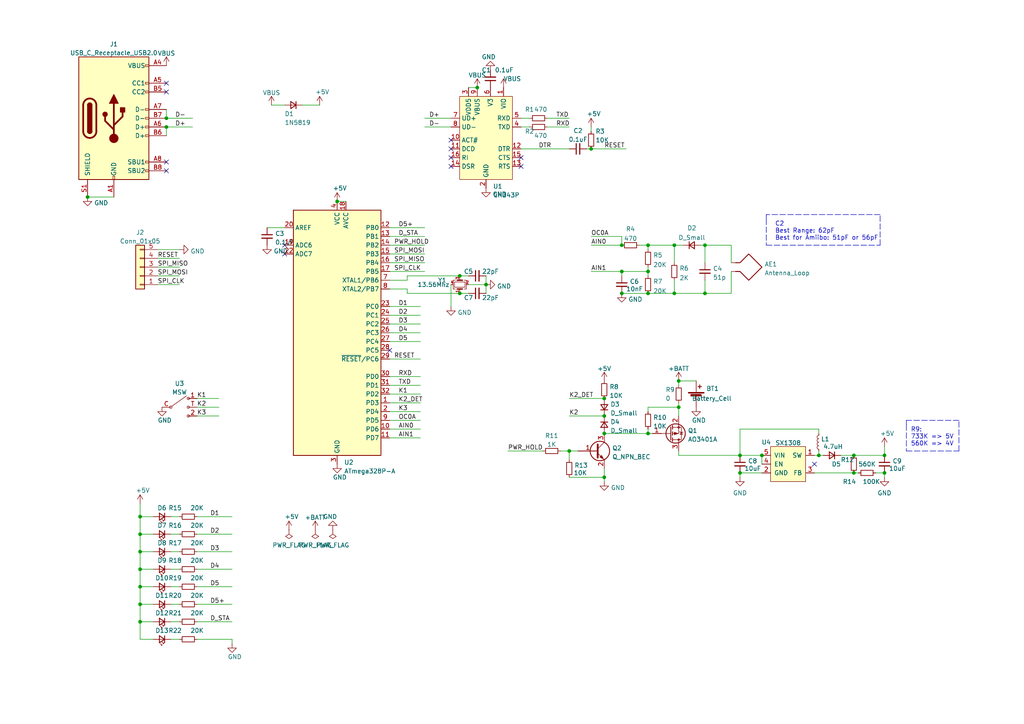
<source format=kicad_sch>
(kicad_sch (version 20211123) (generator eeschema)
  (paper "A4")
  (lib_symbols
    (symbol "Connector:USB_C_Receptacle_USB2.0" (pin_names (offset 1.016))
      (property "Reference" "J" (at -10.16 19.05 0))
      (property "Value" "USB_C_Receptacle_USB2.0" (at 19.05 19.05 0))
      (symbol "USB_C_Receptacle_USB2.0_0_0"
        (rectangle (start -0.254 -17.78) (end 0.254 -16.764))
        (rectangle (start 10.16 -14.986) (end 9.144 -15.494))
        (rectangle (start 10.16 -12.446) (end 9.144 -12.954))
        (rectangle (start 10.16 -4.826) (end 9.144 -5.334))
        (rectangle (start 10.16 -2.286) (end 9.144 -2.794))
        (rectangle (start 10.16 0.254) (end 9.144 -0.254))
        (rectangle (start 10.16 2.794) (end 9.144 2.286))
        (rectangle (start 10.16 7.874) (end 9.144 7.366))
        (rectangle (start 10.16 10.414) (end 9.144 9.906))
        (rectangle (start 10.16 15.494) (end 9.144 14.986))
      )
      (symbol "USB_C_Receptacle_USB2.0_0_1"
        (rectangle (start -10.16 17.78) (end 10.16 -17.78) (stroke (width 0.254)) (fill (type background)))
        (arc (start -8.89 -3.81) (mid -6.985 -5.715) (end -5.08 -3.81) (stroke (width 0.508)))
        (arc (start -7.62 -3.81) (mid -6.985 -4.445) (end -6.35 -3.81) (stroke (width 0.254)))
        (arc (start -7.62 -3.81) (mid -6.985 -4.445) (end -6.35 -3.81) (stroke (width 0.254)) (fill (type outline)))
        (rectangle (start -7.62 -3.81) (end -6.35 3.81) (stroke (width 0.254)) (fill (type outline)))
        (arc (start -6.35 3.81) (mid -6.985 4.445) (end -7.62 3.81) (stroke (width 0.254)))
        (arc (start -6.35 3.81) (mid -6.985 4.445) (end -7.62 3.81) (stroke (width 0.254)) (fill (type outline)))
        (arc (start -5.08 3.81) (mid -6.985 5.715) (end -8.89 3.81) (stroke (width 0.508)))
        (circle (center -2.54 1.143) (radius 0.635) (stroke (width 0.254)) (fill (type outline)))
        (circle (center 0 -5.842) (radius 1.27) (fill (type outline)))
        (polyline (pts (xy -8.89 -3.81) (xy -8.89 3.81)) (stroke (width 0.508)))
        (polyline (pts (xy -5.08 3.81) (xy -5.08 -3.81)) (stroke (width 0.508)))
        (polyline (pts (xy 0 -5.842) (xy 0 4.318)) (stroke (width 0.508)))
        (polyline (pts (xy 0 -3.302) (xy -2.54 -0.762) (xy -2.54 0.508)) (stroke (width 0.508)))
        (polyline (pts (xy 0 -2.032) (xy 2.54 0.508) (xy 2.54 1.778)) (stroke (width 0.508)))
        (polyline (pts (xy -1.27 4.318) (xy 0 6.858) (xy 1.27 4.318) (xy -1.27 4.318)) (stroke (width 0.254)) (fill (type outline)))
        (rectangle (start 1.905 1.778) (end 3.175 3.048) (stroke (width 0.254)) (fill (type outline)))
      )
      (symbol "USB_C_Receptacle_USB2.0_1_1"
        (pin passive line (at 0 -22.86 90) (length 5.08) (name "GND") (number "A1"))
        (pin passive line (at 0 -22.86 90) (length 5.08) hide (name "GND") (number "A12"))
        (pin passive line (at 15.24 15.24 180) (length 5.08) (name "VBUS") (number "A4"))
        (pin bidirectional line (at 15.24 10.16 180) (length 5.08) (name "CC1") (number "A5"))
        (pin bidirectional line (at 15.24 -2.54 180) (length 5.08) (name "D+") (number "A6"))
        (pin bidirectional line (at 15.24 2.54 180) (length 5.08) (name "D-") (number "A7"))
        (pin bidirectional line (at 15.24 -12.7 180) (length 5.08) (name "SBU1") (number "A8"))
        (pin passive line (at 15.24 15.24 180) (length 5.08) hide (name "VBUS") (number "A9"))
        (pin passive line (at 0 -22.86 90) (length 5.08) hide (name "GND") (number "B1"))
        (pin passive line (at 0 -22.86 90) (length 5.08) hide (name "GND") (number "B12"))
        (pin passive line (at 15.24 15.24 180) (length 5.08) hide (name "VBUS") (number "B4"))
        (pin bidirectional line (at 15.24 7.62 180) (length 5.08) (name "CC2") (number "B5"))
        (pin bidirectional line (at 15.24 -5.08 180) (length 5.08) (name "D+") (number "B6"))
        (pin bidirectional line (at 15.24 0 180) (length 5.08) (name "D-") (number "B7"))
        (pin bidirectional line (at 15.24 -15.24 180) (length 5.08) (name "SBU2") (number "B8"))
        (pin passive line (at 15.24 15.24 180) (length 5.08) hide (name "VBUS") (number "B9"))
        (pin passive line (at -7.62 -22.86 90) (length 5.08) (name "SHIELD") (number "S1"))
      )
    )
    (symbol "Connector_Generic:Conn_01x05" (pin_names (offset 1.016) hide)
      (property "Reference" "J" (at 0 7.62 0))
      (property "Value" "Conn_01x05" (at 0 -7.62 0))
      (symbol "Conn_01x05_1_1"
        (rectangle (start -1.27 -4.953) (end 0 -5.207) (stroke (width 0.1524)))
        (rectangle (start -1.27 -2.413) (end 0 -2.667) (stroke (width 0.1524)))
        (rectangle (start -1.27 0.127) (end 0 -0.127) (stroke (width 0.1524)))
        (rectangle (start -1.27 2.667) (end 0 2.413) (stroke (width 0.1524)))
        (rectangle (start -1.27 5.207) (end 0 4.953) (stroke (width 0.1524)))
        (rectangle (start -1.27 6.35) (end 1.27 -6.35) (stroke (width 0.254)) (fill (type background)))
        (pin passive line (at -5.08 5.08 0) (length 3.81) (name "Pin_1") (number "1"))
        (pin passive line (at -5.08 2.54 0) (length 3.81) (name "Pin_2") (number "2"))
        (pin passive line (at -5.08 0 0) (length 3.81) (name "Pin_3") (number "3"))
        (pin passive line (at -5.08 -2.54 0) (length 3.81) (name "Pin_4") (number "4"))
        (pin passive line (at -5.08 -5.08 0) (length 3.81) (name "Pin_5") (number "5"))
      )
    )
    (symbol "Device:Antenna_Loop" (pin_numbers hide) (pin_names (offset 1.016) hide)
      (property "Reference" "AE" (at 1.27 6.35 0))
      (property "Value" "Antenna_Loop" (at 1.27 5.08 0))
      (symbol "Antenna_Loop_0_1"
        (polyline (pts (xy 2.54 -3.81) (xy 2.54 -2.54) (xy 5.08 0) (xy 1.27 3.81) (xy -2.54 0) (xy 0 -2.54) (xy 0 -3.81)) (stroke (width 0.254)))
      )
      (symbol "Antenna_Loop_1_1"
        (pin input line (at 0 -5.08 90) (length 2.54) (name "~") (number "1"))
        (pin input line (at 2.54 -5.08 90) (length 2.54) (name "~") (number "2"))
      )
    )
    (symbol "Device:Battery_Cell" (pin_numbers hide) (pin_names (offset 0) hide)
      (property "Reference" "BT" (at 2.54 2.54 0))
      (property "Value" "Battery_Cell" (at 2.54 0 0))
      (symbol "Battery_Cell_0_1"
        (rectangle (start -2.286 1.778) (end 2.286 1.524) (fill (type outline)))
        (rectangle (start -1.5748 1.1938) (end 1.4732 0.6858) (fill (type outline)))
        (polyline (pts (xy 0 0.762) (xy 0 0)))
        (polyline (pts (xy 0 1.778) (xy 0 2.54)))
        (polyline (pts (xy 0.508 3.429) (xy 1.524 3.429)) (stroke (width 0.254)))
        (polyline (pts (xy 1.016 3.937) (xy 1.016 2.921)) (stroke (width 0.254)))
      )
      (symbol "Battery_Cell_1_1"
        (pin passive line (at 0 5.08 270) (length 2.54) (name "+") (number "1"))
        (pin passive line (at 0 -2.54 90) (length 2.54) (name "-") (number "2"))
      )
    )
    (symbol "Device:C_Small" (pin_numbers hide) (pin_names (offset 0.254) hide)
      (property "Reference" "C" (at 0.254 1.778 0))
      (property "Value" "C_Small" (at 0.254 -2.032 0))
      (symbol "C_Small_0_1"
        (polyline (pts (xy -1.524 -0.508) (xy 1.524 -0.508)) (stroke (width 0.3302)))
        (polyline (pts (xy -1.524 0.508) (xy 1.524 0.508)) (stroke (width 0.3048)))
      )
      (symbol "C_Small_1_1"
        (pin passive line (at 0 2.54 270) (length 2.032) (name "~") (number "1"))
        (pin passive line (at 0 -2.54 90) (length 2.032) (name "~") (number "2"))
      )
    )
    (symbol "Device:Crystal_GND24_Small" (pin_names (offset 1.016) hide)
      (property "Reference" "Y" (at 1.27 4.445 0))
      (property "Value" "Crystal_GND24_Small" (at 1.27 2.54 0))
      (symbol "Crystal_GND24_Small_0_1"
        (rectangle (start -0.762 -1.524) (end 0.762 1.524))
        (polyline (pts (xy -1.27 -0.762) (xy -1.27 0.762)) (stroke (width 0.381)))
        (polyline (pts (xy 1.27 -0.762) (xy 1.27 0.762)) (stroke (width 0.381)))
        (polyline (pts (xy -1.27 -1.27) (xy -1.27 -1.905) (xy 1.27 -1.905) (xy 1.27 -1.27)))
        (polyline (pts (xy -1.27 1.27) (xy -1.27 1.905) (xy 1.27 1.905) (xy 1.27 1.27)))
      )
      (symbol "Crystal_GND24_Small_1_1"
        (pin passive line (at -2.54 0 0) (length 1.27) (name "1") (number "1"))
        (pin passive line (at 0 -2.54 90) (length 0.635) (name "2") (number "2"))
        (pin passive line (at 2.54 0 180) (length 1.27) (name "3") (number "3"))
        (pin passive line (at 0 2.54 270) (length 0.635) (name "4") (number "4"))
      )
    )
    (symbol "Device:D_Small" (pin_numbers hide) (pin_names (offset 0.254) hide)
      (property "Reference" "D" (at -1.27 2.032 0))
      (property "Value" "D_Small" (at -3.81 -2.032 0))
      (symbol "D_Small_0_1"
        (polyline (pts (xy -0.762 -1.016) (xy -0.762 1.016)) (stroke (width 0.254)))
        (polyline (pts (xy -0.762 0) (xy 0.762 0)))
        (polyline (pts (xy 0.762 -1.016) (xy -0.762 0) (xy 0.762 1.016) (xy 0.762 -1.016)) (stroke (width 0.254)))
      )
      (symbol "D_Small_1_1"
        (pin passive line (at -2.54 0 0) (length 1.778) (name "K") (number "1"))
        (pin passive line (at 2.54 0 180) (length 1.778) (name "A") (number "2"))
      )
    )
    (symbol "Device:LED_Small" (pin_numbers hide) (pin_names (offset 0.254) hide)
      (property "Reference" "D" (at -1.27 3.175 0))
      (property "Value" "LED_Small" (at -4.445 -2.54 0))
      (symbol "LED_Small_0_1"
        (polyline (pts (xy -0.762 -1.016) (xy -0.762 1.016)) (stroke (width 0.254)))
        (polyline (pts (xy 1.016 0) (xy -0.762 0)))
        (polyline (pts (xy 0.762 -1.016) (xy -0.762 0) (xy 0.762 1.016) (xy 0.762 -1.016)) (stroke (width 0.254)))
        (polyline (pts (xy 0 0.762) (xy -0.508 1.27) (xy -0.254 1.27) (xy -0.508 1.27) (xy -0.508 1.016)))
        (polyline (pts (xy 0.508 1.27) (xy 0 1.778) (xy 0.254 1.778) (xy 0 1.778) (xy 0 1.524)))
      )
      (symbol "LED_Small_1_1"
        (pin passive line (at -2.54 0 0) (length 1.778) (name "K") (number "1"))
        (pin passive line (at 2.54 0 180) (length 1.778) (name "A") (number "2"))
      )
    )
    (symbol "Device:L_Small" (pin_numbers hide) (pin_names (offset 0.254) hide)
      (property "Reference" "L" (at 0.762 1.016 0))
      (property "Value" "L_Small" (at 0.762 -1.016 0))
      (symbol "L_Small_0_1"
        (arc (start 0 -2.032) (mid 0.508 -1.524) (end 0 -1.016))
        (arc (start 0 -1.016) (mid 0.508 -0.508) (end 0 0))
        (arc (start 0 0) (mid 0.508 0.508) (end 0 1.016))
        (arc (start 0 1.016) (mid 0.508 1.524) (end 0 2.032))
      )
      (symbol "L_Small_1_1"
        (pin passive line (at 0 2.54 270) (length 0.508) (name "~") (number "1"))
        (pin passive line (at 0 -2.54 90) (length 0.508) (name "~") (number "2"))
      )
    )
    (symbol "Device:Q_NPN_BEC" (pin_names (offset 0) hide)
      (property "Reference" "Q" (at 5.08 1.27 0))
      (property "Value" "Q_NPN_BEC" (at 5.08 -1.27 0))
      (symbol "Q_NPN_BEC_0_1"
        (polyline (pts (xy 0.635 0.635) (xy 2.54 2.54)))
        (polyline (pts (xy 0.635 -0.635) (xy 2.54 -2.54) (xy 2.54 -2.54)))
        (polyline (pts (xy 0.635 1.905) (xy 0.635 -1.905) (xy 0.635 -1.905)) (stroke (width 0.508)))
        (polyline (pts (xy 1.27 -1.778) (xy 1.778 -1.27) (xy 2.286 -2.286) (xy 1.27 -1.778) (xy 1.27 -1.778)) (fill (type outline)))
        (circle (center 1.27 0) (radius 2.8194) (stroke (width 0.254)))
      )
      (symbol "Q_NPN_BEC_1_1"
        (pin input line (at -5.08 0 0) (length 5.715) (name "B") (number "1"))
        (pin passive line (at 2.54 -5.08 90) (length 2.54) (name "E") (number "2"))
        (pin passive line (at 2.54 5.08 270) (length 2.54) (name "C") (number "3"))
      )
    )
    (symbol "Device:R_Small" (pin_numbers hide) (pin_names (offset 0.254) hide)
      (property "Reference" "R" (at 0.762 0.508 0))
      (property "Value" "R_Small" (at 0.762 -1.016 0))
      (symbol "R_Small_0_1"
        (rectangle (start -0.762 1.778) (end 0.762 -1.778) (stroke (width 0.2032)))
      )
      (symbol "R_Small_1_1"
        (pin passive line (at 0 2.54 270) (length 0.762) (name "~") (number "1"))
        (pin passive line (at 0 -2.54 90) (length 0.762) (name "~") (number "2"))
      )
    )
    (symbol "MCU_Microchip_ATmega:ATmega328P-A"
      (property "Reference" "U" (at -12.7 36.83 0))
      (property "Value" "ATmega328P-A" (at 2.54 -36.83 0))
      (symbol "ATmega328P-A_0_1"
        (rectangle (start -12.7 -35.56) (end 12.7 35.56) (stroke (width 0.254)) (fill (type background)))
      )
      (symbol "ATmega328P-A_1_1"
        (pin bidirectional line (at 15.24 -20.32 180) (length 2.54) (name "PD3") (number "1"))
        (pin bidirectional line (at 15.24 -27.94 180) (length 2.54) (name "PD6") (number "10"))
        (pin bidirectional line (at 15.24 -30.48 180) (length 2.54) (name "PD7") (number "11"))
        (pin bidirectional line (at 15.24 30.48 180) (length 2.54) (name "PB0") (number "12"))
        (pin bidirectional line (at 15.24 27.94 180) (length 2.54) (name "PB1") (number "13"))
        (pin bidirectional line (at 15.24 25.4 180) (length 2.54) (name "PB2") (number "14"))
        (pin bidirectional line (at 15.24 22.86 180) (length 2.54) (name "PB3") (number "15"))
        (pin bidirectional line (at 15.24 20.32 180) (length 2.54) (name "PB4") (number "16"))
        (pin bidirectional line (at 15.24 17.78 180) (length 2.54) (name "PB5") (number "17"))
        (pin power_in line (at 2.54 38.1 270) (length 2.54) (name "AVCC") (number "18"))
        (pin input line (at -15.24 25.4 0) (length 2.54) (name "ADC6") (number "19"))
        (pin bidirectional line (at 15.24 -22.86 180) (length 2.54) (name "PD4") (number "2"))
        (pin passive line (at -15.24 30.48 0) (length 2.54) (name "AREF") (number "20"))
        (pin passive line (at 0 -38.1 90) (length 2.54) hide (name "GND") (number "21"))
        (pin input line (at -15.24 22.86 0) (length 2.54) (name "ADC7") (number "22"))
        (pin bidirectional line (at 15.24 7.62 180) (length 2.54) (name "PC0") (number "23"))
        (pin bidirectional line (at 15.24 5.08 180) (length 2.54) (name "PC1") (number "24"))
        (pin bidirectional line (at 15.24 2.54 180) (length 2.54) (name "PC2") (number "25"))
        (pin bidirectional line (at 15.24 0 180) (length 2.54) (name "PC3") (number "26"))
        (pin bidirectional line (at 15.24 -2.54 180) (length 2.54) (name "PC4") (number "27"))
        (pin bidirectional line (at 15.24 -5.08 180) (length 2.54) (name "PC5") (number "28"))
        (pin bidirectional line (at 15.24 -7.62 180) (length 2.54) (name "~{RESET}/PC6") (number "29"))
        (pin power_in line (at 0 -38.1 90) (length 2.54) (name "GND") (number "3"))
        (pin bidirectional line (at 15.24 -12.7 180) (length 2.54) (name "PD0") (number "30"))
        (pin bidirectional line (at 15.24 -15.24 180) (length 2.54) (name "PD1") (number "31"))
        (pin bidirectional line (at 15.24 -17.78 180) (length 2.54) (name "PD2") (number "32"))
        (pin power_in line (at 0 38.1 270) (length 2.54) (name "VCC") (number "4"))
        (pin passive line (at 0 -38.1 90) (length 2.54) hide (name "GND") (number "5"))
        (pin passive line (at 0 38.1 270) (length 2.54) hide (name "VCC") (number "6"))
        (pin bidirectional line (at 15.24 15.24 180) (length 2.54) (name "XTAL1/PB6") (number "7"))
        (pin bidirectional line (at 15.24 12.7 180) (length 2.54) (name "XTAL2/PB7") (number "8"))
        (pin bidirectional line (at 15.24 -25.4 180) (length 2.54) (name "PD5") (number "9"))
      )
    )
    (symbol "Mylib:CH343P"
      (property "Reference" "U" (at 3.81 -20.32 0))
      (property "Value" "CH343P" (at 15.24 -20.32 0))
      (symbol "CH343P_0_1"
        (rectangle (start 2.54 6.35) (end 17.78 -17.78) (stroke (width 0.1524)) (fill (type background)))
      )
      (symbol "CH343P_1_1"
        (pin power_in line (at 15.24 8.89 270) (length 2.54) (name "VIO") (number "1"))
        (pin passive line (at 0 -6.35 0) (length 2.54) (name "ACT#") (number "10"))
        (pin passive line (at 0 -8.89 0) (length 2.54) (name "DCD") (number "11"))
        (pin output line (at 20.32 -8.89 180) (length 2.54) (name "DTR") (number "12"))
        (pin passive line (at 20.32 -13.97 180) (length 2.54) (name "RTS") (number "13"))
        (pin passive line (at 0 -13.97 0) (length 2.54) (name "DSR") (number "14"))
        (pin passive line (at 20.32 -11.43 180) (length 2.54) (name "CTS") (number "15"))
        (pin passive line (at 0 -11.43 0) (length 2.54) (name "RI") (number "16"))
        (pin passive line (at 10.16 -20.32 90) (length 2.54) hide (name "EP") (number "17"))
        (pin passive line (at 10.16 -20.32 90) (length 2.54) (name "GND") (number "2"))
        (pin power_in line (at 5.08 8.89 270) (length 2.54) (name "VDD5") (number "3"))
        (pin input line (at 20.32 -2.54 180) (length 2.54) (name "TXD") (number "4"))
        (pin input line (at 20.32 0 180) (length 2.54) (name "RXD") (number "5"))
        (pin power_out line (at 11.43 8.89 270) (length 2.54) (name "V3") (number "6"))
        (pin input line (at 0 0 0) (length 2.54) (name "UD+") (number "7"))
        (pin input line (at 0 -2.54 0) (length 2.54) (name "UD-") (number "8"))
        (pin power_in line (at 7.62 8.89 270) (length 2.54) (name "VBUS") (number "9"))
      )
    )
    (symbol "Mylib:MSW" (pin_names (offset 1.016))
      (property "Reference" "U" (at -2.54 -5.08 0))
      (property "Value" "MSW" (at 1.27 -5.08 0))
      (symbol "MSW_0_1"
        (circle (center -1.27 1.27) (radius 0.3556))
        (polyline (pts (xy -1.016 1.524) (xy 3.302 4.572)))
        (circle (center 3.81 -1.27) (radius 0.3556))
        (circle (center 3.81 1.27) (radius 0.3556))
        (circle (center 3.81 3.81) (radius 0.3556))
      )
      (symbol "MSW_1_1"
        (pin output line (at 6.35 3.81 180) (length 2.54) (name "~") (number "1"))
        (pin output line (at 6.35 -1.27 180) (length 2.54) (name "~") (number "2"))
        (pin passive line (at 5.08 -3.81 180) (length 2.54) hide (name "~") (number "5"))
        (pin passive line (at 5.08 -3.81 180) (length 2.54) hide (name "~") (number "6"))
        (pin passive line (at 5.08 -3.81 180) (length 2.54) hide (name "~") (number "7"))
        (pin passive line (at 5.08 -3.81 180) (length 2.54) hide (name "~") (number "8"))
        (pin input line (at -3.81 1.27 0) (length 2.54) (name "~") (number "C"))
        (pin output line (at 6.35 1.27 180) (length 2.54) (name "~") (number "T"))
      )
    )
    (symbol "Mylib:SX1308" (pin_names (offset 1.016))
      (property "Reference" "U" (at -3.81 -6.35 0))
      (property "Value" "SX1308" (at 6.35 -6.35 0))
      (symbol "SX1308_0_1"
        (rectangle (start -5.08 5.08) (end 5.08 -5.08) (fill (type background)))
      )
      (symbol "SX1308_1_1"
        (pin output line (at 7.62 2.54 180) (length 2.54) (name "SW") (number "1"))
        (pin input line (at -7.62 -2.54 0) (length 2.54) (name "GND") (number "2"))
        (pin input line (at 7.62 -2.54 180) (length 2.54) (name "FB") (number "3"))
        (pin input line (at -7.62 0 0) (length 2.54) (name "EN") (number "4"))
        (pin input line (at -7.62 2.54 0) (length 2.54) (name "VIN") (number "5"))
        (pin input line (at 7.62 0 180) (length 2.54) hide (name "NC") (number "6"))
      )
    )
    (symbol "Transistor_FET:AO3401A" (pin_names hide)
      (property "Reference" "Q" (at 5.08 1.905 0))
      (property "Value" "AO3401A" (at 5.08 0 0))
      (symbol "AO3401A_0_1"
        (polyline (pts (xy 0.254 0) (xy -2.54 0)))
        (polyline (pts (xy 0.254 1.905) (xy 0.254 -1.905)) (stroke (width 0.254)))
        (polyline (pts (xy 0.762 -1.27) (xy 0.762 -2.286)) (stroke (width 0.254)))
        (polyline (pts (xy 0.762 0.508) (xy 0.762 -0.508)) (stroke (width 0.254)))
        (polyline (pts (xy 0.762 2.286) (xy 0.762 1.27)) (stroke (width 0.254)))
        (polyline (pts (xy 2.54 2.54) (xy 2.54 1.778)))
        (polyline (pts (xy 2.54 -2.54) (xy 2.54 0) (xy 0.762 0)))
        (polyline (pts (xy 0.762 1.778) (xy 3.302 1.778) (xy 3.302 -1.778) (xy 0.762 -1.778)))
        (polyline (pts (xy 2.286 0) (xy 1.27 0.381) (xy 1.27 -0.381) (xy 2.286 0)) (fill (type outline)))
        (polyline (pts (xy 2.794 -0.508) (xy 2.921 -0.381) (xy 3.683 -0.381) (xy 3.81 -0.254)))
        (polyline (pts (xy 3.302 -0.381) (xy 2.921 0.254) (xy 3.683 0.254) (xy 3.302 -0.381)))
        (circle (center 1.651 0) (radius 2.794) (stroke (width 0.254)))
        (circle (center 2.54 -1.778) (radius 0.254) (fill (type outline)))
        (circle (center 2.54 1.778) (radius 0.254) (fill (type outline)))
      )
      (symbol "AO3401A_1_1"
        (pin input line (at -5.08 0 0) (length 2.54) (name "G") (number "1"))
        (pin passive line (at 2.54 -5.08 90) (length 2.54) (name "S") (number "2"))
        (pin passive line (at 2.54 5.08 270) (length 2.54) (name "D") (number "3"))
      )
    )
    (symbol "power:+5V" (power) (pin_names (offset 0))
      (property "Value" "+5V" (at 0 3.556 0))
      (symbol "+5V_0_1"
        (polyline (pts (xy -0.762 1.27) (xy 0 2.54)))
        (polyline (pts (xy 0 0) (xy 0 2.54)))
        (polyline (pts (xy 0 2.54) (xy 0.762 1.27)))
      )
      (symbol "+5V_1_1"
        (pin power_in line (at 0 0 90) (length 0) hide (name "+5V") (number "1"))
      )
    )
    (symbol "power:+BATT" (power) (pin_names (offset 0))
      (property "Value" "+BATT" (at 0 3.556 0))
      (symbol "+BATT_0_1"
        (polyline (pts (xy -0.762 1.27) (xy 0 2.54)))
        (polyline (pts (xy 0 0) (xy 0 2.54)))
        (polyline (pts (xy 0 2.54) (xy 0.762 1.27)))
      )
      (symbol "+BATT_1_1"
        (pin power_in line (at 0 0 90) (length 0) hide (name "+BATT") (number "1"))
      )
    )
    (symbol "power:GND" (power) (pin_names (offset 0))
      (property "Value" "GND" (at 0 -3.81 0))
      (symbol "GND_0_1"
        (polyline (pts (xy 0 0) (xy 0 -1.27) (xy 1.27 -1.27) (xy 0 -2.54) (xy -1.27 -1.27) (xy 0 -1.27)))
      )
      (symbol "GND_1_1"
        (pin power_in line (at 0 0 270) (length 0) hide (name "GND") (number "1"))
      )
    )
    (symbol "power:PWR_FLAG" (power) (pin_numbers hide) (pin_names (offset 0) hide)
      (property "Value" "PWR_FLAG" (at 0 3.81 0))
      (symbol "PWR_FLAG_0_0"
        (pin power_out line (at 0 0 90) (length 0) (name "pwr") (number "1"))
      )
      (symbol "PWR_FLAG_0_1"
        (polyline (pts (xy 0 0) (xy 0 1.27) (xy -1.016 1.905) (xy 0 2.54) (xy 1.016 1.905) (xy 0 1.27)))
      )
    )
    (symbol "power:VBUS" (power) (pin_names (offset 0))
      (property "Value" "VBUS" (at 0 3.81 0))
      (symbol "VBUS_0_1"
        (polyline (pts (xy -0.762 1.27) (xy 0 2.54)))
        (polyline (pts (xy 0 0) (xy 0 2.54)))
        (polyline (pts (xy 0 2.54) (xy 0.762 1.27)))
      )
      (symbol "VBUS_1_1"
        (pin power_in line (at 0 0 90) (length 0) hide (name "VBUS") (number "1"))
      )
    )
  )
  (junction (at 256.54 132.08))
  (junction (at 40.64 160.02))
  (junction (at 196.85 118.11))
  (junction (at 97.79 58.42))
  (junction (at 40.64 154.94))
  (junction (at 175.26 120.65))
  (junction (at 187.96 71.12))
  (junction (at 214.63 132.08))
  (junction (at 180.34 78.74))
  (junction (at 133.35 80.01))
  (junction (at 40.64 165.1))
  (junction (at 40.64 180.34))
  (junction (at 195.58 85.09))
  (junction (at 220.98 132.08))
  (junction (at 40.64 149.86))
  (junction (at 247.65 132.08))
  (junction (at 133.35 85.09))
  (junction (at 25.4 57.15))
  (junction (at 196.85 110.49))
  (junction (at 40.64 170.18))
  (junction (at 48.26 36.83))
  (junction (at 180.34 85.09))
  (junction (at 247.65 137.16))
  (junction (at 204.47 85.09))
  (junction (at 204.47 71.12))
  (junction (at 180.34 71.12))
  (junction (at 256.54 137.16))
  (junction (at 187.96 125.73))
  (junction (at 138.43 25.4))
  (junction (at 140.97 82.55))
  (junction (at 165.1 130.81))
  (junction (at 175.26 138.43))
  (junction (at 171.45 43.18))
  (junction (at 195.58 71.12))
  (junction (at 187.96 85.09))
  (junction (at 187.96 78.74))
  (junction (at 40.64 175.26))
  (junction (at 175.26 115.57))
  (junction (at 214.63 137.16))
  (junction (at 237.49 132.08))
  (junction (at 175.26 125.73))
  (junction (at 48.26 34.29))
  (no_connect (at 236.22 134.62))
  (no_connect (at 82.55 71.12))
  (no_connect (at 82.55 73.66))
  (no_connect (at 151.13 45.72))
  (no_connect (at 151.13 48.26))
  (no_connect (at 130.81 45.72))
  (no_connect (at 130.81 43.18))
  (no_connect (at 130.81 48.26))
  (no_connect (at 130.81 40.64))
  (no_connect (at 48.26 26.67))
  (no_connect (at 48.26 24.13))
  (no_connect (at 48.26 46.99))
  (no_connect (at 48.26 49.53))
  (no_connect (at 113.03 101.6))
  (wire (pts (xy 195.58 71.12) (xy 198.12 71.12)))
  (wire (pts (xy 48.26 36.83) (xy 55.88 36.83)))
  (wire (pts (xy 113.03 76.2) (xy 123.19 76.2)))
  (wire (pts (xy 187.96 71.12) (xy 187.96 72.39)))
  (wire (pts (xy 113.03 66.04) (xy 123.19 66.04)))
  (wire (pts (xy 214.63 132.08) (xy 214.63 124.46)))
  (wire (pts (xy 113.03 116.84) (xy 121.92 116.84)))
  (wire (pts (xy 151.13 34.29) (xy 153.67 34.29)))
  (wire (pts (xy 25.4 57.15) (xy 33.02 57.15)))
  (wire (pts (xy 195.58 85.09) (xy 204.47 85.09)))
  (wire (pts (xy 57.15 165.1) (xy 67.31 165.1)))
  (wire (pts (xy 49.53 149.86) (xy 52.07 149.86)))
  (wire (pts (xy 113.03 124.46) (xy 121.92 124.46)))
  (wire (pts (xy 57.15 115.57) (xy 63.5 115.57)))
  (wire (pts (xy 237.49 132.08) (xy 238.76 132.08)))
  (wire (pts (xy 113.03 109.22) (xy 121.92 109.22)))
  (polyline (pts (xy 278.13 121.92) (xy 262.89 121.92)))
  (wire (pts (xy 44.45 149.86) (xy 40.64 149.86)))
  (wire (pts (xy 113.03 71.12) (xy 123.19 71.12)))
  (wire (pts (xy 45.72 77.47) (xy 52.07 77.47)))
  (polyline (pts (xy 262.89 121.92) (xy 262.89 123.19)))
  (wire (pts (xy 165.1 130.81) (xy 167.64 130.81)))
  (wire (pts (xy 57.15 175.26) (xy 67.31 175.26)))
  (wire (pts (xy 180.34 78.74) (xy 180.34 80.01)))
  (wire (pts (xy 196.85 116.84) (xy 196.85 118.11)))
  (wire (pts (xy 123.19 36.83) (xy 130.81 36.83)))
  (wire (pts (xy 147.32 130.81) (xy 157.48 130.81)))
  (wire (pts (xy 48.26 36.83) (xy 48.26 39.37)))
  (wire (pts (xy 187.96 118.11) (xy 196.85 118.11)))
  (wire (pts (xy 118.11 85.09) (xy 133.35 85.09)))
  (wire (pts (xy 170.18 43.18) (xy 171.45 43.18)))
  (wire (pts (xy 113.03 78.74) (xy 123.19 78.74)))
  (wire (pts (xy 113.03 96.52) (xy 121.92 96.52)))
  (wire (pts (xy 204.47 71.12) (xy 204.47 76.2)))
  (wire (pts (xy 113.03 127) (xy 121.92 127)))
  (wire (pts (xy 40.64 149.86) (xy 40.64 154.94)))
  (wire (pts (xy 113.03 104.14) (xy 121.92 104.14)))
  (wire (pts (xy 196.85 130.81) (xy 196.85 132.08)))
  (wire (pts (xy 237.49 124.46) (xy 237.49 125.73)))
  (wire (pts (xy 113.03 111.76) (xy 121.92 111.76)))
  (wire (pts (xy 256.54 129.54) (xy 256.54 132.08)))
  (wire (pts (xy 48.26 34.29) (xy 55.88 34.29)))
  (polyline (pts (xy 222.25 63.5) (xy 222.25 71.12)))
  (wire (pts (xy 151.13 43.18) (xy 165.1 43.18)))
  (wire (pts (xy 187.96 77.47) (xy 187.96 78.74)))
  (wire (pts (xy 196.85 132.08) (xy 214.63 132.08)))
  (wire (pts (xy 180.34 78.74) (xy 187.96 78.74)))
  (wire (pts (xy 204.47 85.09) (xy 212.09 85.09)))
  (wire (pts (xy 165.1 120.65) (xy 175.26 120.65)))
  (wire (pts (xy 67.31 185.42) (xy 67.31 186.69)))
  (wire (pts (xy 204.47 71.12) (xy 212.09 71.12)))
  (wire (pts (xy 158.75 34.29) (xy 165.1 34.29)))
  (polyline (pts (xy 255.27 71.12) (xy 255.27 62.23)))
  (wire (pts (xy 49.53 154.94) (xy 52.07 154.94)))
  (wire (pts (xy 204.47 81.28) (xy 204.47 85.09)))
  (wire (pts (xy 195.58 71.12) (xy 195.58 76.2)))
  (wire (pts (xy 113.03 93.98) (xy 121.92 93.98)))
  (wire (pts (xy 180.34 71.12) (xy 180.34 68.58)))
  (wire (pts (xy 40.64 160.02) (xy 40.64 165.1)))
  (wire (pts (xy 214.63 132.08) (xy 220.98 132.08)))
  (wire (pts (xy 40.64 160.02) (xy 44.45 160.02)))
  (wire (pts (xy 45.72 82.55) (xy 52.07 82.55)))
  (wire (pts (xy 140.97 80.01) (xy 140.97 82.55)))
  (wire (pts (xy 40.64 180.34) (xy 44.45 180.34)))
  (wire (pts (xy 214.63 137.16) (xy 220.98 137.16)))
  (wire (pts (xy 49.53 175.26) (xy 52.07 175.26)))
  (wire (pts (xy 187.96 71.12) (xy 195.58 71.12)))
  (wire (pts (xy 165.1 130.81) (xy 165.1 133.35)))
  (wire (pts (xy 118.11 80.01) (xy 118.11 81.28)))
  (wire (pts (xy 113.03 114.3) (xy 121.92 114.3)))
  (wire (pts (xy 135.89 25.4) (xy 138.43 25.4)))
  (wire (pts (xy 171.45 36.83) (xy 171.45 38.1)))
  (polyline (pts (xy 222.25 62.23) (xy 222.25 63.5)))
  (wire (pts (xy 175.26 135.89) (xy 175.26 138.43)))
  (wire (pts (xy 40.64 165.1) (xy 40.64 170.18)))
  (wire (pts (xy 113.03 91.44) (xy 121.92 91.44)))
  (wire (pts (xy 140.97 82.55) (xy 140.97 85.09)))
  (wire (pts (xy 254 137.16) (xy 256.54 137.16)))
  (wire (pts (xy 212.09 71.12) (xy 212.09 76.2)))
  (wire (pts (xy 195.58 81.28) (xy 195.58 85.09)))
  (wire (pts (xy 187.96 118.11) (xy 187.96 119.38)))
  (wire (pts (xy 57.15 118.11) (xy 63.5 118.11)))
  (wire (pts (xy 256.54 137.16) (xy 256.54 138.43)))
  (wire (pts (xy 151.13 36.83) (xy 153.67 36.83)))
  (wire (pts (xy 196.85 110.49) (xy 201.93 110.49)))
  (wire (pts (xy 203.2 71.12) (xy 204.47 71.12)))
  (wire (pts (xy 113.03 99.06) (xy 121.92 99.06)))
  (polyline (pts (xy 262.89 123.19) (xy 262.89 130.81)))
  (wire (pts (xy 48.26 31.75) (xy 48.26 34.29)))
  (wire (pts (xy 40.64 154.94) (xy 40.64 160.02)))
  (wire (pts (xy 243.84 132.08) (xy 247.65 132.08)))
  (wire (pts (xy 49.53 180.34) (xy 52.07 180.34)))
  (polyline (pts (xy 222.25 71.12) (xy 255.27 71.12)))
  (wire (pts (xy 40.64 170.18) (xy 40.64 175.26)))
  (wire (pts (xy 40.64 175.26) (xy 44.45 175.26)))
  (wire (pts (xy 77.47 66.04) (xy 82.55 66.04)))
  (wire (pts (xy 44.45 185.42) (xy 40.64 185.42)))
  (wire (pts (xy 57.15 180.34) (xy 67.31 180.34)))
  (wire (pts (xy 196.85 118.11) (xy 196.85 120.65)))
  (polyline (pts (xy 278.13 130.81) (xy 278.13 121.92)))
  (wire (pts (xy 165.1 138.43) (xy 175.26 138.43)))
  (wire (pts (xy 40.64 170.18) (xy 44.45 170.18)))
  (wire (pts (xy 237.49 130.81) (xy 237.49 132.08)))
  (wire (pts (xy 113.03 73.66) (xy 123.19 73.66)))
  (wire (pts (xy 214.63 137.16) (xy 214.63 138.43)))
  (wire (pts (xy 187.96 124.46) (xy 187.96 125.73)))
  (wire (pts (xy 113.03 83.82) (xy 118.11 83.82)))
  (wire (pts (xy 57.15 149.86) (xy 67.31 149.86)))
  (wire (pts (xy 57.15 185.42) (xy 67.31 185.42)))
  (wire (pts (xy 118.11 83.82) (xy 118.11 85.09)))
  (wire (pts (xy 162.56 130.81) (xy 165.1 130.81)))
  (wire (pts (xy 118.11 81.28) (xy 113.03 81.28)))
  (wire (pts (xy 57.15 160.02) (xy 67.31 160.02)))
  (wire (pts (xy 45.72 74.93) (xy 52.07 74.93)))
  (wire (pts (xy 87.63 30.48) (xy 92.71 30.48)))
  (wire (pts (xy 40.64 165.1) (xy 44.45 165.1)))
  (wire (pts (xy 40.64 180.34) (xy 40.64 185.42)))
  (wire (pts (xy 135.89 82.55) (xy 140.97 82.55)))
  (wire (pts (xy 113.03 121.92) (xy 121.92 121.92)))
  (wire (pts (xy 171.45 78.74) (xy 180.34 78.74)))
  (wire (pts (xy 49.53 165.1) (xy 52.07 165.1)))
  (wire (pts (xy 113.03 68.58) (xy 123.19 68.58)))
  (wire (pts (xy 49.53 170.18) (xy 52.07 170.18)))
  (wire (pts (xy 237.49 132.08) (xy 236.22 132.08)))
  (wire (pts (xy 212.09 78.74) (xy 212.09 85.09)))
  (wire (pts (xy 45.72 80.01) (xy 52.07 80.01)))
  (wire (pts (xy 214.63 124.46) (xy 237.49 124.46)))
  (wire (pts (xy 78.74 30.48) (xy 82.55 30.48)))
  (wire (pts (xy 175.26 125.73) (xy 187.96 125.73)))
  (wire (pts (xy 187.96 125.73) (xy 189.23 125.73)))
  (wire (pts (xy 171.45 68.58) (xy 180.34 68.58)))
  (wire (pts (xy 40.64 154.94) (xy 44.45 154.94)))
  (wire (pts (xy 165.1 115.57) (xy 175.26 115.57)))
  (wire (pts (xy 133.35 80.01) (xy 135.89 80.01)))
  (wire (pts (xy 171.45 43.18) (xy 181.61 43.18)))
  (wire (pts (xy 49.53 160.02) (xy 52.07 160.02)))
  (wire (pts (xy 130.81 82.55) (xy 130.81 88.9)))
  (polyline (pts (xy 255.27 62.23) (xy 222.25 62.23)))
  (wire (pts (xy 57.15 120.65) (xy 63.5 120.65)))
  (wire (pts (xy 180.34 85.09) (xy 187.96 85.09)))
  (wire (pts (xy 175.26 138.43) (xy 175.26 139.7)))
  (wire (pts (xy 49.53 185.42) (xy 52.07 185.42)))
  (wire (pts (xy 133.35 85.09) (xy 135.89 85.09)))
  (wire (pts (xy 97.79 58.42) (xy 100.33 58.42)))
  (wire (pts (xy 196.85 110.49) (xy 196.85 111.76)))
  (wire (pts (xy 236.22 137.16) (xy 247.65 137.16)))
  (wire (pts (xy 187.96 85.09) (xy 195.58 85.09)))
  (wire (pts (xy 57.15 154.94) (xy 67.31 154.94)))
  (wire (pts (xy 45.72 72.39) (xy 52.07 72.39)))
  (wire (pts (xy 220.98 132.08) (xy 220.98 134.62)))
  (wire (pts (xy 247.65 132.08) (xy 256.54 132.08)))
  (wire (pts (xy 113.03 119.38) (xy 121.92 119.38)))
  (wire (pts (xy 187.96 78.74) (xy 187.96 80.01)))
  (wire (pts (xy 247.65 137.16) (xy 248.92 137.16)))
  (wire (pts (xy 123.19 34.29) (xy 130.81 34.29)))
  (wire (pts (xy 40.64 146.05) (xy 40.64 149.86)))
  (wire (pts (xy 113.03 88.9) (xy 121.92 88.9)))
  (wire (pts (xy 57.15 170.18) (xy 67.31 170.18)))
  (wire (pts (xy 40.64 175.26) (xy 40.64 180.34)))
  (wire (pts (xy 185.42 71.12) (xy 187.96 71.12)))
  (wire (pts (xy 171.45 71.12) (xy 180.34 71.12)))
  (polyline (pts (xy 262.89 130.81) (xy 278.13 130.81)))
  (wire (pts (xy 158.75 36.83) (xy 165.1 36.83)))
  (wire (pts (xy 118.11 80.01) (xy 133.35 80.01)))
  (text "R9: \n733K => 5V\n560K => 4V\n" (at 264.16 129.54 0) (effects (font (size 1.27 1.27)) (justify left bottom)))
  (text "C2\nBest Range: 62pF\nBest for Amiibo: 51pF or 56pF" (at 224.79 69.85 0) (effects (font (size 1.27 1.27)) (justify left bottom)))
  (label "RESET" (at 175.26 43.18 0))
  (label "PWR_HOLD" (at 147.32 130.81 0))
  (label "D-" (at 124.46 36.83 0))
  (label "D3" (at 60.96 160.02 0))
  (label "D_STA" (at 115.57 68.58 0))
  (label "D2" (at 60.96 154.94 0))
  (label "DTR" (at 156.21 43.18 0))
  (label "AIN1" (at 115.57 127 0))
  (label "D1" (at 115.57 88.9 0))
  (label "D_STA" (at 60.96 180.34 0))
  (label "OC0A" (at 171.45 68.58 0))
  (label "RXD" (at 115.57 109.22 0))
  (label "D4" (at 115.57 96.52 0))
  (label "K3" (at 57.15 120.65 0))
  (label "SPI_MOSI" (at 114.3 73.66 0))
  (label "D5" (at 60.96 170.18 0))
  (label "D1" (at 60.96 149.86 0))
  (label "K2_DET" (at 115.57 116.84 0))
  (label "K1" (at 115.57 114.3 0))
  (label "SPI_MOSI" (at 45.72 80.01 0))
  (label "TXD" (at 161.29 34.29 0))
  (label "TXD" (at 115.57 111.76 0))
  (label "K2_DET" (at 165.1 115.57 0))
  (label "RESET" (at 114.3 104.14 0))
  (label "D4" (at 60.96 165.1 0))
  (label "D5" (at 115.57 99.06 0))
  (label "AIN0" (at 115.57 124.46 0))
  (label "PWR_HOLD" (at 114.3 71.12 0))
  (label "D5+" (at 115.57 66.04 0))
  (label "AIN0" (at 171.45 71.12 0))
  (label "RXD" (at 161.29 36.83 0))
  (label "D2" (at 115.57 91.44 0))
  (label "K2" (at 165.1 120.65 0))
  (label "SPI_MISO" (at 45.72 77.47 0))
  (label "D5+" (at 60.96 175.26 0))
  (label "D-" (at 50.8 34.29 0))
  (label "RESET" (at 45.72 74.93 0))
  (label "SPI_CLK" (at 114.3 78.74 0))
  (label "K2" (at 57.15 118.11 0))
  (label "AIN1" (at 171.45 78.74 0))
  (label "SPI_MISO" (at 114.3 76.2 0))
  (label "D3" (at 115.57 93.98 0))
  (label "K1" (at 57.15 115.57 0))
  (label "D+" (at 50.8 36.83 0))
  (label "D+" (at 124.46 34.29 0))
  (label "OC0A" (at 115.57 121.92 0))
  (label "SPI_CLK" (at 45.72 82.55 0))
  (label "K3" (at 115.57 119.38 0))
  (symbol (lib_id "Device:R_Small") (at 156.21 36.83 270) (unit 1)
    (property "Reference" "R2" (at 154.94 38.1 90) (effects (justify right)))
    (property "Value" "470" (at 158.75 39.37 90) (effects (justify right)))
    (property "Footprint" "Resistor_SMD:R_0402_1005Metric" (effects hide))
  )
  (symbol (lib_id "Device:R_Small") (at 54.61 154.94 270) (unit 1)
    (property "Reference" "R16" (at 50.8 152.4 90))
    (property "Value" "20K" (at 57.15 152.4 90))
    (property "Footprint" "Resistor_SMD:R_0402_1005Metric" (effects hide))
  )
  (symbol (lib_id "power:GND") (at 25.4 57.15 0) (unit 1)
    (property "Reference" "#PWR09" (effects hide))
    (property "Value" "GND" (at 27.305 58.8538 0) (effects (justify left)))
  )
  (symbol (lib_id "Device:D_Small") (at 200.66 71.12 0) (unit 1)
    (property "Reference" "D2" (at 200.66 66.1375 0))
    (property "Value" "D_Small" (at 200.66 68.9126 0))
    (property "Footprint" "Diode_SMD:D_SOD-323" (effects hide))
  )
  (symbol (lib_id "power:GND") (at 97.79 134.62 0) (unit 1)
    (property "Reference" "#PWR021" (effects hide))
    (property "Value" "GND" (at 96.52 138.43 0) (effects (justify left)))
  )
  (symbol (lib_id "Device:D_Small") (at 85.09 30.48 180) (unit 1)
    (property "Reference" "D1" (at 82.55 33.02 0) (effects (justify right)))
    (property "Value" "1N5819" (at 82.55 35.56 0) (effects (justify right)))
    (property "Footprint" "Diode_SMD:D_SOD-323" (effects hide))
  )
  (symbol (lib_id "power:+5V") (at 256.54 129.54 0) (unit 1)
    (property "Reference" "#PWR020" (effects hide))
    (property "Value" "+5V" (at 255.27 125.73 0) (effects (justify left)))
  )
  (symbol (lib_id "power:+5V") (at 175.26 110.49 0) (unit 1)
    (property "Reference" "#PWR016" (effects hide))
    (property "Value" "+5V" (at 175.26 106.9142 0))
  )
  (symbol (lib_id "power:PWR_FLAG") (at 83.82 153.67 180) (unit 1)
    (property "Reference" "#FLG01" (effects hide))
    (property "Value" "PWR_FLAG" (at 83.82 158.1134 0))
  )
  (symbol (lib_id "Device:R_Small") (at 54.61 165.1 270) (unit 1)
    (property "Reference" "R18" (at 50.8 162.56 90))
    (property "Value" "20K" (at 57.15 162.56 90))
    (property "Footprint" "Resistor_SMD:R_0402_1005Metric" (effects hide))
  )
  (symbol (lib_id "power:VBUS") (at 48.26 19.05 0) (unit 1)
    (property "Reference" "#PWR01" (effects hide))
    (property "Value" "VBUS" (at 48.26 15.4742 0))
  )
  (symbol (lib_id "Device:R_Small") (at 54.61 180.34 270) (unit 1)
    (property "Reference" "R21" (at 50.8 177.8 90))
    (property "Value" "20K" (at 57.15 177.8 90))
    (property "Footprint" "Resistor_SMD:R_0402_1005Metric" (effects hide))
  )
  (symbol (lib_id "power:GND") (at 77.47 71.12 0) (unit 1)
    (property "Reference" "#PWR011" (effects hide))
    (property "Value" "GND" (at 79.375 72.8238 0) (effects (justify left)))
  )
  (symbol (lib_id "Device:R_Small") (at 196.85 114.3 180) (unit 1)
    (property "Reference" "R9" (at 193.04 113.03 0) (effects (justify right)))
    (property "Value" "0" (at 193.04 115.57 0) (effects (justify right)))
    (property "Footprint" "Resistor_SMD:R_0402_1005Metric" (effects hide))
  )
  (symbol (lib_id "Device:Antenna_Loop") (at 217.17 78.74 270) (mirror x) (unit 1)
    (property "Reference" "AE1" (at 221.742 76.6353 90) (effects (justify left)))
    (property "Value" "Antenna_Loop" (at 221.742 79.1722 90) (effects (justify left)))
    (property "Footprint" "MyLib:NFC_ANT2" (effects hide))
  )
  (symbol (lib_id "Device:LED_Small") (at 46.99 185.42 180) (unit 1)
    (property "Reference" "D13" (at 46.99 182.88 0))
    (property "Value" "LED_Small" (effects hide))
    (property "Footprint" "LED_SMD:LED_0402_1005Metric" (effects hide))
  )
  (symbol (lib_id "power:VBUS") (at 78.74 30.48 0) (unit 1)
    (property "Reference" "#PWR05" (effects hide))
    (property "Value" "VBUS" (at 78.74 26.9042 0))
  )
  (symbol (lib_id "power:GND") (at 214.63 138.43 0) (unit 1)
    (property "Reference" "#PWR022" (effects hide))
    (property "Value" "GND" (at 214.63 142.9925 0))
  )
  (symbol (lib_id "power:GND") (at 96.52 153.67 180) (unit 1)
    (property "Reference" "#PWR028" (effects hide))
    (property "Value" "GND" (at 97.79 149.86 0) (effects (justify left)))
  )
  (symbol (lib_id "Connector_Generic:Conn_01x05") (at 40.64 77.47 180) (unit 1)
    (property "Reference" "J2" (at 40.64 67.4202 0))
    (property "Value" "Conn_01x05" (at 40.64 69.9571 0))
    (property "Footprint" "Connector_PinHeader_1.27mm:PinHeader_1x05_P1.27mm_Vertical" (effects hide))
  )
  (symbol (lib_id "Device:C_Small") (at 167.64 43.18 90) (unit 1)
    (property "Reference" "C2" (at 167.6463 37.9181 90))
    (property "Value" "0.1uF" (at 167.6463 40.455 90))
    (property "Footprint" "Capacitor_SMD:C_0402_1005Metric" (effects hide))
  )
  (symbol (lib_id "Device:LED_Small") (at 46.99 180.34 180) (unit 1)
    (property "Reference" "D12" (at 46.99 177.8 0))
    (property "Value" "LED_Small" (effects hide))
    (property "Footprint" "LED_SMD:LED_0402_1005Metric" (effects hide))
  )
  (symbol (lib_id "Mylib:SX1308") (at 228.6 134.62 0) (unit 1)
    (property "Reference" "U4" (at 222.25 128.27 0))
    (property "Value" "SX1308" (at 228.6 128.4756 0))
    (property "Footprint" "Package_TO_SOT_SMD:TSOT-23-6" (effects hide))
  )
  (symbol (lib_id "Device:R_Small") (at 160.02 130.81 270) (unit 1)
    (property "Reference" "R11" (at 160.02 126.3736 90))
    (property "Value" "1K" (at 160.02 128.9105 90))
    (property "Footprint" "Resistor_SMD:R_0402_1005Metric" (effects hide))
  )
  (symbol (lib_id "power:+5V") (at 92.71 30.48 0) (unit 1)
    (property "Reference" "#PWR06" (effects hide))
    (property "Value" "+5V" (at 91.44 26.67 0) (effects (justify left)))
  )
  (symbol (lib_id "Device:LED_Small") (at 46.99 165.1 180) (unit 1)
    (property "Reference" "D9" (at 46.99 162.56 0))
    (property "Value" "LED_Small" (effects hide))
    (property "Footprint" "LED_SMD:LED_0402_1005Metric" (effects hide))
  )
  (symbol (lib_id "power:+5V") (at 171.45 36.83 0) (unit 1)
    (property "Reference" "#PWR07" (effects hide))
    (property "Value" "+5V" (at 170.18 33.02 0) (effects (justify left)))
  )
  (symbol (lib_id "power:GND") (at 180.34 85.09 0) (unit 1)
    (property "Reference" "#PWR014" (effects hide))
    (property "Value" "GND" (at 182.245 86.839 0) (effects (justify left)))
  )
  (symbol (lib_id "Device:R_Small") (at 165.1 135.89 180) (unit 1)
    (property "Reference" "R13" (at 166.5986 134.9815 0) (effects (justify right)))
    (property "Value" "10K" (at 166.37 137.16 0) (effects (justify right)))
    (property "Footprint" "Resistor_SMD:R_0402_1005Metric" (effects hide))
  )
  (symbol (lib_id "Device:R_Small") (at 175.26 113.03 180) (unit 1)
    (property "Reference" "R8" (at 176.7586 112.1953 0) (effects (justify right)))
    (property "Value" "10K" (at 176.7586 114.7322 0) (effects (justify right)))
    (property "Footprint" "Resistor_SMD:R_0402_1005Metric" (effects hide))
  )
  (symbol (lib_id "power:PWR_FLAG") (at 91.44 153.67 180) (unit 1)
    (property "Reference" "#FLG02" (effects hide))
    (property "Value" "PWR_FLAG" (at 91.44 158.1134 0))
  )
  (symbol (lib_id "power:VBUS") (at 146.05 25.4 0) (unit 1)
    (property "Reference" "#PWR04" (effects hide))
    (property "Value" "VBUS" (at 148.59 22.86 0))
  )
  (symbol (lib_id "Device:R_Small") (at 54.61 149.86 270) (unit 1)
    (property "Reference" "R15" (at 50.8 147.32 90))
    (property "Value" "20K" (at 57.15 147.32 90))
    (property "Footprint" "Resistor_SMD:R_0402_1005Metric" (effects hide))
  )
  (symbol (lib_id "power:+BATT") (at 91.44 153.67 0) (unit 1)
    (property "Reference" "#PWR027" (effects hide))
    (property "Value" "+BATT" (at 91.44 150.0942 0))
  )
  (symbol (lib_id "power:+5V") (at 83.82 153.67 0) (unit 1)
    (property "Reference" "#PWR026" (effects hide))
    (property "Value" "+5V" (at 82.55 149.86 0) (effects (justify left)))
  )
  (symbol (lib_id "power:GND") (at 46.99 118.11 0) (unit 1)
    (property "Reference" "#PWR018" (effects hide))
    (property "Value" "GND" (at 45.72 121.92 0) (effects (justify left)))
  )
  (symbol (lib_id "power:+5V") (at 40.64 146.05 0) (unit 1)
    (property "Reference" "#PWR025" (effects hide))
    (property "Value" "+5V" (at 39.37 142.24 0) (effects (justify left)))
  )
  (symbol (lib_id "power:GND") (at 140.97 82.55 90) (unit 1)
    (property "Reference" "#PWR013" (effects hide))
    (property "Value" "GND" (at 144.145 83.029 90) (effects (justify right)))
  )
  (symbol (lib_id "Device:C_Small") (at 180.34 82.55 0) (unit 1)
    (property "Reference" "C6" (at 182.6641 81.6478 0) (effects (justify left)))
    (property "Value" "10nF" (at 181.61 83.82 0) (effects (justify left)))
    (property "Footprint" "Capacitor_SMD:C_0402_1005Metric" (effects hide))
  )
  (symbol (lib_id "Device:C_Small") (at 138.43 85.09 90) (unit 1)
    (property "Reference" "C7" (at 135.89 86.36 90))
    (property "Value" "22pF" (at 142.24 86.36 90))
    (property "Footprint" "Capacitor_SMD:C_0402_1005Metric" (effects hide))
  )
  (symbol (lib_id "Device:Crystal_GND24_Small") (at 133.35 82.55 90) (unit 1)
    (property "Reference" "Y1" (at 128.27 81.28 90))
    (property "Value" "13.56Mhz" (at 125.73 82.55 90))
    (property "Footprint" "Crystal:Crystal_SMD_3225-4Pin_3.2x2.5mm" (effects hide))
  )
  (symbol (lib_id "Device:LED_Small") (at 46.99 170.18 180) (unit 1)
    (property "Reference" "D10" (at 46.99 167.64 0))
    (property "Value" "LED_Small" (effects hide))
    (property "Footprint" "LED_SMD:LED_0402_1005Metric" (effects hide))
  )
  (symbol (lib_id "Device:R_Small") (at 247.65 134.62 0) (unit 1)
    (property "Reference" "R12" (at 243.84 133.35 0) (effects (justify left)))
    (property "Value" "560K" (at 248.92 134.62 0) (effects (justify left)))
    (property "Footprint" "Resistor_SMD:R_0402_1005Metric" (effects hide))
  )
  (symbol (lib_id "Device:C_Small") (at 138.43 80.01 90) (unit 1)
    (property "Reference" "C5" (at 135.89 78.74 90))
    (property "Value" "22pF" (at 142.24 78.74 90))
    (property "Footprint" "Capacitor_SMD:C_0402_1005Metric" (effects hide))
  )
  (symbol (lib_id "Device:R_Small") (at 54.61 185.42 270) (unit 1)
    (property "Reference" "R22" (at 50.8 182.88 90))
    (property "Value" "20K" (at 57.15 182.88 90))
    (property "Footprint" "Resistor_SMD:R_0402_1005Metric" (effects hide))
  )
  (symbol (lib_id "Device:R_Small") (at 54.61 175.26 270) (unit 1)
    (property "Reference" "R20" (at 50.8 172.72 90))
    (property "Value" "20K" (at 57.15 172.72 90))
    (property "Footprint" "Resistor_SMD:R_0402_1005Metric" (effects hide))
  )
  (symbol (lib_id "power:GND") (at 142.24 20.32 180) (unit 1)
    (property "Reference" "#PWR02" (effects hide))
    (property "Value" "GND" (at 139.7 16.51 0) (effects (justify right)))
  )
  (symbol (lib_id "Device:R_Small") (at 54.61 160.02 270) (unit 1)
    (property "Reference" "R17" (at 50.8 157.48 90))
    (property "Value" "20K" (at 57.15 157.48 90))
    (property "Footprint" "Resistor_SMD:R_0402_1005Metric" (effects hide))
  )
  (symbol (lib_id "Device:Q_NPN_BEC") (at 172.72 130.81 0) (unit 1)
    (property "Reference" "Q2" (at 177.5714 129.9753 0) (effects (justify left)))
    (property "Value" "Q_NPN_BEC" (at 177.5714 132.5122 0) (effects (justify left)))
    (property "Footprint" "Package_TO_SOT_SMD:SOT-23" (effects hide))
  )
  (symbol (lib_id "Device:R_Small") (at 187.96 74.93 180) (unit 1)
    (property "Reference" "R5" (at 189.4586 74.0215 0) (effects (justify right)))
    (property "Value" "20K" (at 189.4586 76.7966 0) (effects (justify right)))
    (property "Footprint" "Resistor_SMD:R_0402_1005Metric" (effects hide))
  )
  (symbol (lib_id "power:VBUS") (at 138.43 25.4 0) (unit 1)
    (property "Reference" "#PWR03" (effects hide))
    (property "Value" "VBUS" (at 138.43 21.8242 0))
  )
  (symbol (lib_id "power:GND") (at 201.93 118.11 0) (unit 1)
    (property "Reference" "#PWR019" (effects hide))
    (property "Value" "GND" (at 200.66 121.92 0) (effects (justify left)))
  )
  (symbol (lib_id "Device:LED_Small") (at 46.99 154.94 180) (unit 1)
    (property "Reference" "D7" (at 46.99 152.4 0))
    (property "Value" "LED_Small" (effects hide))
    (property "Footprint" "LED_SMD:LED_0402_1005Metric" (effects hide))
  )
  (symbol (lib_id "Device:R_Small") (at 171.45 40.64 180) (unit 1)
    (property "Reference" "R3" (at 172.72 38.1 0) (effects (justify right)))
    (property "Value" "10K" (at 172.72 40.64 0) (effects (justify right)))
    (property "Footprint" "Resistor_SMD:R_0402_1005Metric" (effects hide))
  )
  (symbol (lib_id "Device:Battery_Cell") (at 201.93 115.57 0) (unit 1)
    (property "Reference" "BT1" (at 204.851 112.7033 0) (effects (justify left)))
    (property "Value" "Battery_Cell" (at 200.66 115.57 0) (effects (justify left)))
    (property "Footprint" "Battery:BatteryHolder_Keystone_3002_1x2032" (effects hide))
  )
  (symbol (lib_id "power:GND") (at 140.97 54.61 0) (unit 1)
    (property "Reference" "#PWR08" (effects hide))
    (property "Value" "GND" (at 142.875 56.3138 0) (effects (justify left)))
  )
  (symbol (lib_id "Device:R_Small") (at 182.88 71.12 90) (unit 1)
    (property "Reference" "R4" (at 182.88 66.4169 90))
    (property "Value" "470" (at 182.88 69.192 90))
    (property "Footprint" "Resistor_SMD:R_0402_1005Metric" (effects hide))
  )
  (symbol (lib_id "power:GND") (at 130.81 88.9 0) (unit 1)
    (property "Reference" "#PWR015" (effects hide))
    (property "Value" "GND" (at 132.715 90.649 0) (effects (justify left)))
  )
  (symbol (lib_id "Device:R_Small") (at 156.21 34.29 270) (unit 1)
    (property "Reference" "R1" (at 154.94 31.75 90) (effects (justify right)))
    (property "Value" "470" (at 158.75 31.75 90) (effects (justify right)))
    (property "Footprint" "Resistor_SMD:R_0402_1005Metric" (effects hide))
  )
  (symbol (lib_id "Mylib:MSW") (at 50.8 119.38 0) (unit 1)
    (property "Reference" "U3" (at 52.07 111.2352 0))
    (property "Value" "MSW" (at 52.07 113.7721 0))
    (property "Footprint" "MyLib:MSW" (effects hide))
  )
  (symbol (lib_id "power:GND") (at 256.54 138.43 0) (unit 1)
    (property "Reference" "#PWR023" (effects hide))
    (property "Value" "GND" (at 256.54 142.9925 0))
  )
  (symbol (lib_id "Device:L_Small") (at 237.49 128.27 180) (unit 1)
    (property "Reference" "L1" (at 238.125 127.3615 0) (effects (justify right)))
    (property "Value" "4.7uH" (at 238.76 129.54 0) (effects (justify right)))
    (property "Footprint" "Inductor_SMD:L_0805_2012Metric" (effects hide))
  )
  (symbol (lib_id "Mylib:CH343P") (at 130.81 34.29 0) (unit 1)
    (property "Reference" "U1" (at 142.9894 54.0496 0) (effects (justify left)))
    (property "Value" "CH343P" (at 142.9894 56.5865 0) (effects (justify left)))
    (property "Footprint" "Package_DFN_QFN:QFN-16-1EP_3x3mm_P0.5mm_EP1.45x1.45mm" (effects hide))
  )
  (symbol (lib_id "Device:R_Small") (at 54.61 170.18 270) (unit 1)
    (property "Reference" "R19" (at 50.8 167.64 90))
    (property "Value" "20K" (at 57.15 167.64 90))
    (property "Footprint" "Resistor_SMD:R_0402_1005Metric" (effects hide))
  )
  (symbol (lib_id "Device:LED_Small") (at 46.99 149.86 180) (unit 1)
    (property "Reference" "D6" (at 46.99 147.32 0))
    (property "Value" "LED_Small" (effects hide))
    (property "Footprint" "LED_SMD:LED_0402_1005Metric" (effects hide))
  )
  (symbol (lib_id "Device:R_Small") (at 251.46 137.16 270) (unit 1)
    (property "Reference" "R14" (at 246.38 139.7 90))
    (property "Value" "100K" (at 252.73 139.7 90))
    (property "Footprint" "Resistor_SMD:R_0402_1005Metric" (effects hide))
  )
  (symbol (lib_id "Transistor_FET:AO3401A") (at 194.31 125.73 0) (mirror x) (unit 1)
    (property "Reference" "Q1" (at 199.517 124.8953 0) (effects (justify left)))
    (property "Value" "AO3401A" (at 199.517 127.4322 0) (effects (justify left)))
    (property "Footprint" "Package_TO_SOT_SMD:SOT-23" (effects hide))
    (property "Datasheet" "http://www.aosmd.com/pdfs/datasheet/AO3401A.pdf" (effects hide))
  )
  (symbol (lib_id "power:GND") (at 52.07 72.39 90) (unit 1)
    (property "Reference" "#PWR012" (effects hide))
    (property "Value" "GND" (at 55.245 72.869 90) (effects (justify right)))
  )
  (symbol (lib_id "power:GND") (at 67.31 186.69 0) (unit 1)
    (property "Reference" "#PWR029" (effects hide))
    (property "Value" "GND" (at 66.04 190.5 0) (effects (justify left)))
  )
  (symbol (lib_id "Device:R_Small") (at 187.96 121.92 180) (unit 1)
    (property "Reference" "R10" (at 189.4586 121.0853 0) (effects (justify right)))
    (property "Value" "10K" (at 189.4586 123.6222 0) (effects (justify right)))
    (property "Footprint" "Resistor_SMD:R_0402_1005Metric" (effects hide))
  )
  (symbol (lib_id "power:+BATT") (at 196.85 110.49 0) (unit 1)
    (property "Reference" "#PWR017" (effects hide))
    (property "Value" "+BATT" (at 196.85 106.9142 0))
  )
  (symbol (lib_id "Device:C_Small") (at 256.54 134.62 0) (unit 1)
    (property "Reference" "C9" (at 258.8641 133.7178 0) (effects (justify left)))
    (property "Value" "10uF" (at 257.81 135.89 0) (effects (justify left)))
    (property "Footprint" "Capacitor_SMD:C_0603_1608Metric" (effects hide))
  )
  (symbol (lib_id "Device:LED_Small") (at 46.99 160.02 180) (unit 1)
    (property "Reference" "D8" (at 46.99 157.48 0))
    (property "Value" "LED_Small" (effects hide))
    (property "Footprint" "LED_SMD:LED_0402_1005Metric" (effects hide))
  )
  (symbol (lib_id "power:+5V") (at 97.79 58.42 0) (unit 1)
    (property "Reference" "#PWR010" (effects hide))
    (property "Value" "+5V" (at 96.52 54.61 0) (effects (justify left)))
  )
  (symbol (lib_id "Device:C_Small") (at 204.47 78.74 0) (unit 1)
    (property "Reference" "C4" (at 206.7941 77.9116 0) (effects (justify left)))
    (property "Value" "51p" (at 206.7941 80.4485 0) (effects (justify left)))
    (property "Footprint" "Capacitor_SMD:C_0402_1005Metric" (effects hide))
  )
  (symbol (lib_id "Device:D_Small") (at 175.26 118.11 90) (unit 1)
    (property "Reference" "D3" (at 177.038 117.2753 90) (effects (justify right)))
    (property "Value" "D_Small" (at 177.038 119.8122 90) (effects (justify right)))
    (property "Footprint" "Diode_SMD:D_SOD-323" (effects hide))
  )
  (symbol (lib_id "Device:D_Small") (at 241.3 132.08 180) (unit 1)
    (property "Reference" "D5" (at 242.57 134.62 0))
    (property "Value" "D_Small" (effects hide))
    (property "Footprint" "Diode_SMD:D_SOD-323" (effects hide))
  )
  (symbol (lib_id "power:PWR_FLAG") (at 96.52 153.67 180) (unit 1)
    (property "Reference" "#FLG03" (effects hide))
    (property "Value" "PWR_FLAG" (at 96.52 158.1134 0))
  )
  (symbol (lib_id "Device:C_Small") (at 77.47 68.58 0) (unit 1)
    (property "Reference" "C3" (at 79.7941 67.7516 0) (effects (justify left)))
    (property "Value" "0.1uF" (at 79.7941 70.2885 0) (effects (justify left)))
    (property "Footprint" "Capacitor_SMD:C_0402_1005Metric" (effects hide))
  )
  (symbol (lib_id "Device:R_Small") (at 187.96 82.55 180) (unit 1)
    (property "Reference" "R7" (at 189.4586 81.6415 0) (effects (justify right)))
    (property "Value" "20K" (at 189.4586 84.4166 0) (effects (justify right)))
    (property "Footprint" "Resistor_SMD:R_0402_1005Metric" (effects hide))
  )
  (symbol (lib_id "MCU_Microchip_ATmega:ATmega328P-A") (at 97.79 96.52 0) (unit 1)
    (property "Reference" "U2" (at 99.8094 134.1104 0) (effects (justify left)))
    (property "Value" "ATmega328P-A" (at 99.8094 136.6473 0) (effects (justify left)))
    (property "Footprint" "Package_QFP:TQFP-32_7x7mm_P0.8mm" (effects hide))
    (property "Datasheet" "http://ww1.microchip.com/downloads/en/DeviceDoc/ATmega328_P%20AVR%20MCU%20with%20picoPower%20Technology%20Data%20Sheet%2040001984A.pdf" (effects hide))
  )
  (symbol (lib_id "Device:D_Small") (at 175.26 123.19 270) (unit 1)
    (property "Reference" "D4" (at 177.038 122.3553 90) (effects (justify left)))
    (property "Value" "D_Small" (at 177.038 124.8922 90) (effects (justify left)))
    (property "Footprint" "Diode_SMD:D_SOD-323" (effects hide))
  )
  (symbol (lib_id "power:GND") (at 175.26 139.7 0) (unit 1)
    (property "Reference" "#PWR024" (effects hide))
    (property "Value" "GND" (at 177.165 141.449 0) (effects (justify left)))
  )
  (symbol (lib_id "Device:C_Small") (at 142.24 22.86 180) (unit 1)
    (property "Reference" "C1" (at 139.7 20.32 0) (effects (justify right)))
    (property "Value" "0.1uF" (at 143.51 20.32 0) (effects (justify right)))
    (property "Footprint" "Capacitor_SMD:C_0402_1005Metric" (effects hide))
  )
  (symbol (lib_id "Device:C_Small") (at 214.63 134.62 0) (unit 1)
    (property "Reference" "C8" (at 216.9541 133.7178 0) (effects (justify left)))
    (property "Value" "10uF" (at 215.9 135.89 0) (effects (justify left)))
    (property "Footprint" "Capacitor_SMD:C_0603_1608Metric" (effects hide))
  )
  (symbol (lib_id "Connector:USB_C_Receptacle_USB2.0") (at 33.02 34.29 0) (unit 1)
    (property "Reference" "J1" (at 33.02 12.8102 0))
    (property "Value" "USB_C_Receptacle_USB2.0" (at 33.02 15.3471 0))
    (property "Footprint" "Connector_USB:USB_C_Receptacle_HRO_TYPE-C-31-M-12" (effects hide))
    (property "Datasheet" "https://www.usb.org/sites/default/files/documents/usb_type-c.zip" (effects hide))
  )
  (symbol (lib_id "Device:R_Small") (at 195.58 78.74 180) (unit 1)
    (property "Reference" "R6" (at 197.0786 77.8315 0) (effects (justify right)))
    (property "Value" "2K" (at 197.0786 80.6066 0) (effects (justify right)))
    (property "Footprint" "Resistor_SMD:R_0402_1005Metric" (effects hide))
  )
  (symbol (lib_id "Device:LED_Small") (at 46.99 175.26 180) (unit 1)
    (property "Reference" "D11" (at 46.99 172.72 0))
    (property "Value" "LED_Small" (effects hide))
    (property "Footprint" "LED_SMD:LED_0402_1005Metric" (effects hide))
  )
)
</source>
